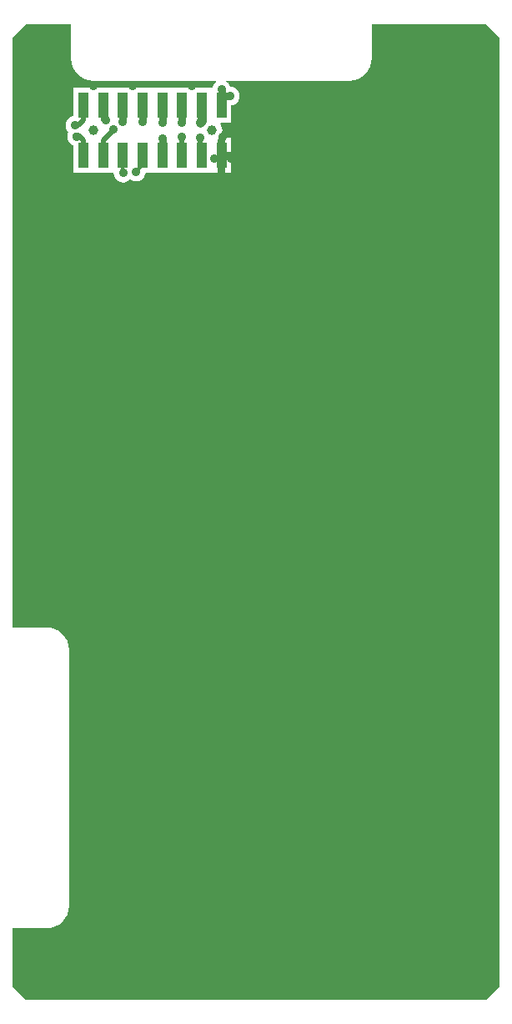
<source format=gbl>
%FSLAX43Y43*%
%MOMM*%
G71*
G01*
G75*
G04 Layer_Physical_Order=4*
G04 Layer_Color=12517376*
%ADD10R,1.000X0.700*%
%ADD11R,0.700X0.800*%
%ADD12R,0.700X1.000*%
%ADD13R,0.800X0.700*%
%ADD14R,0.700X0.800*%
%ADD15R,1.600X0.800*%
%ADD16R,0.800X0.800*%
%ADD17R,0.800X0.800*%
%ADD18R,0.450X0.250*%
%ADD19R,0.800X2.000*%
%ADD20R,1.500X0.760*%
%ADD21R,0.400X1.200*%
%ADD22R,2.600X1.900*%
%ADD23R,0.760X1.500*%
%ADD24R,1.200X0.400*%
%ADD25R,1.900X2.600*%
%ADD26R,0.600X2.000*%
%ADD27O,0.600X2.000*%
%ADD28R,2.600X2.600*%
%ADD29R,2.000X1.500*%
%ADD30R,2.000X1.500*%
%ADD31R,2.000X3.800*%
%ADD32R,0.600X1.270*%
%ADD33R,0.350X0.900*%
%ADD34R,1.000X0.700*%
%ADD35R,1.000X0.700*%
%ADD36R,1.100X2.200*%
%ADD37R,1.000X1.050*%
%ADD38R,2.200X1.100*%
%ADD39R,1.050X1.000*%
%ADD40R,0.840X1.600*%
%ADD41R,2.400X0.840*%
%ADD42R,1.600X0.840*%
%ADD43R,0.800X1.500*%
%ADD44R,0.800X2.250*%
%ADD45R,0.350X0.280*%
G04:AMPARAMS|DCode=46|XSize=0.3mm|YSize=0.65mm|CornerRadius=0.075mm|HoleSize=0mm|Usage=FLASHONLY|Rotation=0.000|XOffset=0mm|YOffset=0mm|HoleType=Round|Shape=RoundedRectangle|*
%AMROUNDEDRECTD46*
21,1,0.300,0.500,0,0,0.0*
21,1,0.150,0.650,0,0,0.0*
1,1,0.150,0.075,-0.250*
1,1,0.150,-0.075,-0.250*
1,1,0.150,-0.075,0.250*
1,1,0.150,0.075,0.250*
%
%ADD46ROUNDEDRECTD46*%
G04:AMPARAMS|DCode=47|XSize=0.3mm|YSize=0.65mm|CornerRadius=0.075mm|HoleSize=0mm|Usage=FLASHONLY|Rotation=270.000|XOffset=0mm|YOffset=0mm|HoleType=Round|Shape=RoundedRectangle|*
%AMROUNDEDRECTD47*
21,1,0.300,0.500,0,0,270.0*
21,1,0.150,0.650,0,0,270.0*
1,1,0.150,-0.250,-0.075*
1,1,0.150,-0.250,0.075*
1,1,0.150,0.250,0.075*
1,1,0.150,0.250,-0.075*
%
%ADD47ROUNDEDRECTD47*%
%ADD48R,3.300X3.300*%
%ADD49R,0.500X0.500*%
%ADD50R,1.270X0.640*%
%ADD51R,0.900X1.300*%
%ADD52C,0.750*%
%ADD53C,0.500*%
%ADD54C,0.250*%
%ADD55C,0.350*%
%ADD56C,0.965*%
%ADD57C,0.900*%
%ADD58C,0.700*%
%ADD59C,0.200*%
%ADD60C,0.300*%
%ADD61R,11.925X2.000*%
%ADD62R,6.200X2.000*%
%ADD63R,9.650X1.875*%
%ADD64R,2.000X30.000*%
%ADD65R,8.425X2.000*%
%ADD66R,18.025X2.000*%
%ADD67R,3.400X2.000*%
%ADD68R,24.500X1.950*%
%ADD69C,1.000*%
%ADD70R,4.000X4.000*%
%ADD71R,4.000X4.000*%
%ADD72C,0.500*%
%ADD73C,0.900*%
%ADD74C,0.700*%
%ADD75C,1.016*%
%ADD76C,1.900*%
G04:AMPARAMS|DCode=77|XSize=4.3mm|YSize=4.3mm|CornerRadius=0mm|HoleSize=0mm|Usage=FLASHONLY|Rotation=0.000|XOffset=0mm|YOffset=0mm|HoleType=Round|Shape=Relief|Width=0.5mm|Gap=0.25mm|Entries=4|*
%AMTHD77*
7,0,0,4.300,3.800,0.500,45*
%
%ADD77THD77*%
G04:AMPARAMS|DCode=78|XSize=1.754mm|YSize=1.754mm|CornerRadius=0mm|HoleSize=0mm|Usage=FLASHONLY|Rotation=0.000|XOffset=0mm|YOffset=0mm|HoleType=Round|Shape=Relief|Width=0.5mm|Gap=0.25mm|Entries=4|*
%AMTHD78*
7,0,0,1.754,1.254,0.500,45*
%
%ADD78THD78*%
%ADD79C,1.100*%
%ADD80C,0.345*%
%ADD81R,1.000X2.540*%
G36*
X204245Y174644D02*
Y78356D01*
X202894Y77005D01*
X156106D01*
X154755Y78356D01*
Y84245D01*
X158250D01*
Y84239D01*
X158691Y84283D01*
X159115Y84411D01*
X159506Y84620D01*
X159849Y84901D01*
X160130Y85244D01*
X160339Y85635D01*
X160467Y86059D01*
X160511Y86500D01*
X160505D01*
Y112500D01*
X160511D01*
X160467Y112941D01*
X160339Y113365D01*
X160130Y113756D01*
X159849Y114099D01*
X159506Y114380D01*
X159115Y114589D01*
X158691Y114717D01*
X158250Y114761D01*
Y114755D01*
X154755D01*
Y174644D01*
X156106Y175995D01*
X160745D01*
Y172500D01*
X160739D01*
X160783Y172059D01*
X160911Y171635D01*
X161120Y171244D01*
X161401Y170901D01*
X161744Y170620D01*
X162135Y170411D01*
X162559Y170283D01*
X163000Y170239D01*
Y170245D01*
X175441D01*
X175482Y170125D01*
X175322Y170003D01*
X175170Y169804D01*
X175074Y169573D01*
X175067Y169514D01*
X175000D01*
D01*
X175000Y169514D01*
X175000D01*
Y169514D01*
D01*
X173000D01*
D01*
X173000Y169514D01*
X173000D01*
Y169514D01*
D01*
X171000D01*
D01*
X171000Y169514D01*
X171000D01*
Y169514D01*
D01*
X169090D01*
X169090Y169514D01*
Y169514D01*
X169000Y169514D01*
X169000D01*
D01*
X168910Y169514D01*
X168910Y169514D01*
Y169514D01*
X167090D01*
X167090Y169514D01*
Y169514D01*
X167000Y169514D01*
D01*
X167000Y169514D01*
X167000Y169514D01*
D01*
X167000D01*
X166910Y169514D01*
X166910Y169514D01*
Y169514D01*
X165000D01*
Y169514D01*
Y169514D01*
X165000D01*
Y169514D01*
X163000D01*
D01*
X163000Y169514D01*
X163000D01*
Y169514D01*
D01*
X161000D01*
Y166628D01*
X160902Y166616D01*
X160671Y166520D01*
X160472Y166368D01*
X160320Y166169D01*
X160224Y165938D01*
X160192Y165690D01*
X160224Y165442D01*
X160320Y165211D01*
X160459Y165030D01*
X160398Y164885D01*
X160373Y164689D01*
Y164604D01*
X160373Y164599D01*
X160367Y164550D01*
X160399Y164302D01*
X160495Y164071D01*
X160647Y163872D01*
X160846Y163720D01*
X161000Y163656D01*
Y160886D01*
X163000D01*
D01*
X163000Y160886D01*
X163000Y160886D01*
X163000D01*
Y160886D01*
Y160886D01*
X165000D01*
X165000Y160886D01*
Y160886D01*
X165040Y160881D01*
X165067Y160850D01*
X165099Y160602D01*
X165195Y160371D01*
X165347Y160172D01*
X165546Y160020D01*
X165777Y159924D01*
X166025Y159892D01*
X166273Y159924D01*
X166504Y160020D01*
X166703Y160172D01*
X166816Y160187D01*
X166871Y160145D01*
X167102Y160049D01*
X167350Y160017D01*
X167598Y160049D01*
X167829Y160145D01*
X168028Y160297D01*
X168180Y160496D01*
X168276Y160727D01*
X168296Y160886D01*
X169000D01*
Y160886D01*
X169000D01*
X169000Y160886D01*
X169090Y160886D01*
X169090Y160886D01*
Y160886D01*
X171000D01*
D01*
X171000Y160886D01*
X171000Y160886D01*
X171000D01*
Y160886D01*
Y160886D01*
X173000D01*
Y160886D01*
D01*
X173000Y160886D01*
X173000D01*
Y160886D01*
X175000D01*
D01*
X175000Y160886D01*
X175000Y160886D01*
X175000D01*
Y160886D01*
Y160886D01*
X175650D01*
Y162656D01*
Y164312D01*
X175785Y164415D01*
X175793Y164426D01*
X175936D01*
X175880Y164540D01*
X175961Y164645D01*
X176072Y164913D01*
X176109Y165200D01*
X176072Y165487D01*
X175961Y165755D01*
X175880Y165860D01*
X175936Y165974D01*
X177000D01*
Y167733D01*
X177123Y167749D01*
X177354Y167845D01*
X177553Y167997D01*
X177705Y168196D01*
X177801Y168427D01*
X177833Y168675D01*
X177801Y168923D01*
X177705Y169154D01*
X177553Y169353D01*
X177354Y169505D01*
X177123Y169601D01*
X176902Y169630D01*
X176830Y169804D01*
X176678Y170003D01*
X176479Y170155D01*
X176497Y170245D01*
X189000D01*
Y170239D01*
X189441Y170283D01*
X189865Y170411D01*
X190256Y170620D01*
X190599Y170901D01*
X190880Y171244D01*
X191089Y171635D01*
X191217Y172059D01*
X191261Y172500D01*
X191255D01*
Y175995D01*
X202894D01*
X204245Y174644D01*
D02*
G37*
%LPC*%
G36*
X177000Y162306D02*
X176350D01*
Y160886D01*
X177000D01*
Y162306D01*
D02*
G37*
G36*
Y164426D02*
X176350D01*
Y163006D01*
X177000D01*
Y164426D01*
D02*
G37*
%LPD*%
G54D52*
X176000Y168675D02*
X176875D01*
X175850D02*
X176000D01*
X170000Y162656D02*
Y164400D01*
X171950Y165950D02*
Y167694D01*
X168000Y166025D02*
Y167744D01*
X166000Y166050D02*
Y167744D01*
X171950Y167694D02*
X172000Y167744D01*
X170000Y165950D02*
Y167744D01*
X176000D02*
Y168450D01*
Y168450D02*
Y168675D01*
Y169325D01*
G54D53*
X164000Y166208D02*
Y167744D01*
X161150Y164710D02*
X161473D01*
X162000Y164183D01*
X173825Y162831D02*
Y164450D01*
Y162831D02*
X174000Y162656D01*
X172000D02*
Y164525D01*
X162000Y166208D02*
Y167744D01*
X161482Y165690D02*
X162000Y166208D01*
X161150Y165690D02*
X161482D01*
X162000Y162656D02*
Y164183D01*
X164244Y166208D02*
X164248Y166212D01*
X164000Y166208D02*
X164244D01*
X164000Y162656D02*
Y164183D01*
X161129Y164689D02*
X161150Y164710D01*
X161129Y164604D02*
Y164689D01*
Y164604D02*
X161183Y164550D01*
X161325D01*
X165025Y165208D02*
Y165300D01*
X164000Y164183D02*
X165025Y165208D01*
G54D54*
X172050Y162025D02*
Y162706D01*
X172000Y161975D02*
Y162656D01*
G54D55*
X167350Y160975D02*
X168000Y161625D01*
Y162656D01*
X166000Y160875D02*
X166025Y160850D01*
X166000Y160875D02*
Y162656D01*
G54D56*
X173975Y166125D02*
Y167769D01*
X173800Y165950D02*
X173975Y166125D01*
Y167769D02*
X174000Y167744D01*
G54D69*
X175000Y165200D02*
D03*
X163000D02*
D03*
G54D70*
X157000Y170950D02*
D03*
X202000D02*
D03*
G54D71*
X157000Y82050D02*
D03*
G54D72*
X178675Y118800D02*
D03*
X176675Y119600D02*
D03*
X178675D02*
D03*
X177675D02*
D03*
Y118800D02*
D03*
X176675D02*
D03*
X179525Y127850D02*
D03*
X180325Y129850D02*
D03*
Y127850D02*
D03*
Y128850D02*
D03*
X179525D02*
D03*
Y129850D02*
D03*
X181325Y144855D02*
D03*
X180525Y142855D02*
D03*
Y144855D02*
D03*
Y143855D02*
D03*
X181325D02*
D03*
Y142855D02*
D03*
X191475Y102995D02*
D03*
X192275Y104995D02*
D03*
Y102995D02*
D03*
Y103995D02*
D03*
X191475D02*
D03*
Y104995D02*
D03*
X190700Y130100D02*
D03*
Y131100D02*
D03*
Y131600D02*
D03*
Y130600D02*
D03*
Y122525D02*
D03*
Y122025D02*
D03*
Y123025D02*
D03*
Y123525D02*
D03*
G54D73*
X176875Y168675D02*
D03*
X174250Y134050D02*
D03*
X182425Y131775D02*
D03*
X164975Y96750D02*
D03*
X170000Y164400D02*
D03*
X179700Y155275D02*
D03*
X173825Y164450D02*
D03*
X172000Y164525D02*
D03*
X187300Y162050D02*
D03*
X172400Y160500D02*
D03*
X167350Y160975D02*
D03*
X166025Y160850D02*
D03*
X167325Y157375D02*
D03*
X171950Y165950D02*
D03*
X166000Y166050D02*
D03*
X167000Y169675D02*
D03*
X177800Y165875D02*
D03*
X170000Y165950D02*
D03*
X168000Y166025D02*
D03*
X176125Y164500D02*
D03*
X179025Y165875D02*
D03*
X162000Y131500D02*
D03*
X192075Y83350D02*
D03*
X185900Y85800D02*
D03*
X191000D02*
D03*
X193000D02*
D03*
X196825Y83325D02*
D03*
X176500Y103350D02*
D03*
X192100Y89816D02*
D03*
X195900Y85800D02*
D03*
X198400D02*
D03*
X200400D02*
D03*
Y89800D02*
D03*
Y92800D02*
D03*
Y98800D02*
D03*
Y101800D02*
D03*
Y95800D02*
D03*
Y104800D02*
D03*
Y107800D02*
D03*
X190700Y113800D02*
D03*
X192250D02*
D03*
X194400D02*
D03*
X200400Y110800D02*
D03*
Y113800D02*
D03*
X197400D02*
D03*
X172400Y85800D02*
D03*
Y87800D02*
D03*
Y90800D02*
D03*
Y93800D02*
D03*
X178400Y85800D02*
D03*
X175400D02*
D03*
X172400Y96800D02*
D03*
Y102800D02*
D03*
Y105800D02*
D03*
Y99800D02*
D03*
Y108800D02*
D03*
Y111800D02*
D03*
Y113800D02*
D03*
X174400D02*
D03*
X180400D02*
D03*
X183400D02*
D03*
X186400D02*
D03*
X189150D02*
D03*
X177400D02*
D03*
X176555Y107725D02*
D03*
X176580Y109100D02*
D03*
X176633Y110444D02*
D03*
X197525Y107475D02*
D03*
X195500Y109250D02*
D03*
X193300Y107950D02*
D03*
X197950Y94425D02*
D03*
X192400Y96450D02*
D03*
X193200Y98475D02*
D03*
X196050Y96450D02*
D03*
X198975Y96475D02*
D03*
X188525Y97725D02*
D03*
X189800D02*
D03*
X191175D02*
D03*
X198600Y88775D02*
D03*
X196500Y87500D02*
D03*
X192950Y93475D02*
D03*
X177900Y103350D02*
D03*
X177394Y99771D02*
D03*
X179600Y110355D02*
D03*
X181319Y110347D02*
D03*
X196425Y104225D02*
D03*
X178525Y88900D02*
D03*
X178525Y90645D02*
D03*
X178320Y87520D02*
D03*
X194375Y100275D02*
D03*
X192200Y101650D02*
D03*
X183100Y97575D02*
D03*
X187750Y101375D02*
D03*
X192200Y100450D02*
D03*
X195300Y91025D02*
D03*
X185000Y107555D02*
D03*
X198575Y92175D02*
D03*
X190925Y107700D02*
D03*
Y110625D02*
D03*
X196300Y144500D02*
D03*
X196245Y140125D02*
D03*
X196220Y138750D02*
D03*
X196167Y137406D02*
D03*
X194900Y144500D02*
D03*
X191481Y137503D02*
D03*
X167075Y128650D02*
D03*
X157275Y165200D02*
D03*
X163825Y143125D02*
D03*
X165025Y144725D02*
D03*
X162425Y154800D02*
D03*
X163430Y153830D02*
D03*
X161150Y165690D02*
D03*
X189225Y145650D02*
D03*
X195406Y148078D02*
D03*
X193750Y166450D02*
D03*
X190800Y166425D02*
D03*
X200600Y165275D02*
D03*
X197625Y169725D02*
D03*
X164248Y166212D02*
D03*
X173800Y165950D02*
D03*
X194275Y157205D02*
D03*
X193200Y137495D02*
D03*
X181625Y150125D02*
D03*
X183000D02*
D03*
X180600Y147400D02*
D03*
Y146200D02*
D03*
X185050Y146475D02*
D03*
X187800Y140295D02*
D03*
X177500Y156825D02*
D03*
X174225Y155675D02*
D03*
X174200Y159075D02*
D03*
X176300Y160300D02*
D03*
X194480Y160330D02*
D03*
X194275Y158950D02*
D03*
X189650Y148225D02*
D03*
X185375Y155175D02*
D03*
X180700Y158034D02*
D03*
X176375Y143625D02*
D03*
X178425Y147575D02*
D03*
X179600Y149375D02*
D03*
X176750Y151400D02*
D03*
X180400D02*
D03*
X173825Y151375D02*
D03*
X174850Y153425D02*
D03*
X177000Y162350D02*
D03*
X180875Y164475D02*
D03*
X179775Y162350D02*
D03*
X172400Y134050D02*
D03*
Y137050D02*
D03*
Y140050D02*
D03*
Y143050D02*
D03*
Y146050D02*
D03*
Y149050D02*
D03*
Y152050D02*
D03*
Y155050D02*
D03*
Y158050D02*
D03*
X175800Y134050D02*
D03*
X177400D02*
D03*
X178425Y140225D02*
D03*
X180550Y134050D02*
D03*
X183650D02*
D03*
X186400D02*
D03*
X189400D02*
D03*
X192400D02*
D03*
X195400D02*
D03*
X200400D02*
D03*
Y160050D02*
D03*
Y157050D02*
D03*
Y154050D02*
D03*
Y151050D02*
D03*
Y148050D02*
D03*
Y145050D02*
D03*
Y142050D02*
D03*
Y139050D02*
D03*
Y136050D02*
D03*
X194400Y162050D02*
D03*
X197400D02*
D03*
X200400D02*
D03*
X181825Y162350D02*
D03*
X189900Y162050D02*
D03*
X198400Y134050D02*
D03*
X170875Y119900D02*
D03*
X157382Y131732D02*
D03*
X156857Y127657D02*
D03*
X156282Y135157D02*
D03*
X161825Y80650D02*
D03*
X160750Y83000D02*
D03*
X175275Y162350D02*
D03*
X203700Y144500D02*
D03*
Y147500D02*
D03*
Y150500D02*
D03*
Y153500D02*
D03*
Y156500D02*
D03*
Y159500D02*
D03*
Y162500D02*
D03*
Y165500D02*
D03*
Y168275D02*
D03*
X188500Y125175D02*
D03*
X195300Y124000D02*
D03*
X199675Y132900D02*
D03*
X201300Y127600D02*
D03*
Y129800D02*
D03*
Y131200D02*
D03*
X198200Y132000D02*
D03*
X195300Y121000D02*
D03*
X185300Y117050D02*
D03*
X185750Y120175D02*
D03*
X187700Y117075D02*
D03*
X189800D02*
D03*
X192850Y116400D02*
D03*
X203700Y117500D02*
D03*
Y120500D02*
D03*
Y123500D02*
D03*
Y126500D02*
D03*
Y129500D02*
D03*
Y132500D02*
D03*
Y135500D02*
D03*
Y138500D02*
D03*
Y141500D02*
D03*
Y90500D02*
D03*
Y93500D02*
D03*
Y96500D02*
D03*
Y99500D02*
D03*
Y102500D02*
D03*
Y105500D02*
D03*
Y108500D02*
D03*
Y111500D02*
D03*
Y114500D02*
D03*
X201300Y119400D02*
D03*
X195300Y129000D02*
D03*
X198200Y121000D02*
D03*
Y124000D02*
D03*
X201300Y121775D02*
D03*
Y123200D02*
D03*
X195325Y131950D02*
D03*
X182500Y125700D02*
D03*
X185250Y125675D02*
D03*
X181105Y118402D02*
D03*
X179330Y116977D02*
D03*
X179980Y119577D02*
D03*
X189775Y125150D02*
D03*
X198200Y129000D02*
D03*
X189600Y129100D02*
D03*
X189675Y121000D02*
D03*
X199600Y119450D02*
D03*
Y127625D02*
D03*
X192850Y124600D02*
D03*
X182000Y117000D02*
D03*
X176550Y140000D02*
D03*
X175150Y138550D02*
D03*
X179125Y138700D02*
D03*
X182075Y138325D02*
D03*
X181550Y135725D02*
D03*
X180325Y138725D02*
D03*
X177675Y122350D02*
D03*
X182500Y122775D02*
D03*
Y120150D02*
D03*
X182950Y128850D02*
D03*
X185275Y128875D02*
D03*
X185725Y122975D02*
D03*
X180100Y122775D02*
D03*
X179500Y125700D02*
D03*
X176500D02*
D03*
X173900D02*
D03*
Y122700D02*
D03*
Y119700D02*
D03*
Y117700D02*
D03*
Y130200D02*
D03*
Y128200D02*
D03*
X189175Y110625D02*
D03*
X197525Y111025D02*
D03*
X188575Y78750D02*
D03*
X191575D02*
D03*
X194575D02*
D03*
X197575D02*
D03*
X200575D02*
D03*
X203575D02*
D03*
Y87750D02*
D03*
Y84750D02*
D03*
Y81750D02*
D03*
X185575Y78750D02*
D03*
X193725Y82050D02*
D03*
X182475Y82000D02*
D03*
X185475D02*
D03*
X188475D02*
D03*
X191475D02*
D03*
X200400D02*
D03*
X179075Y81750D02*
D03*
X179575Y78750D02*
D03*
X182575D02*
D03*
X195125Y82050D02*
D03*
X193050Y174475D02*
D03*
X196050D02*
D03*
X199050D02*
D03*
X202050D02*
D03*
X176575Y78750D02*
D03*
X173575D02*
D03*
X170575D02*
D03*
X167575D02*
D03*
X164575D02*
D03*
X198300Y82000D02*
D03*
X189421Y158679D02*
D03*
X189900Y155650D02*
D03*
X185525Y150200D02*
D03*
X184275Y150125D02*
D03*
X185375Y152050D02*
D03*
X189700Y150275D02*
D03*
X183150Y99546D02*
D03*
X183005Y92151D02*
D03*
X187425Y95795D02*
D03*
X182500Y85800D02*
D03*
X183620Y89120D02*
D03*
X156300Y174475D02*
D03*
X159300D02*
D03*
X155575Y78750D02*
D03*
X158575D02*
D03*
X161575D02*
D03*
X183150Y107050D02*
D03*
X183175Y103925D02*
D03*
X188725Y108175D02*
D03*
X187800Y168825D02*
D03*
X193725Y109625D02*
D03*
X196650Y109250D02*
D03*
X156200Y124825D02*
D03*
X156175Y116600D02*
D03*
X183925Y168800D02*
D03*
X179800Y168825D02*
D03*
X200375Y168275D02*
D03*
X184375Y165450D02*
D03*
X160750Y114775D02*
D03*
X166800Y114625D02*
D03*
X173000Y169675D02*
D03*
X162975D02*
D03*
X193775Y170450D02*
D03*
X191875Y170425D02*
D03*
X186125Y103750D02*
D03*
X187950Y131775D02*
D03*
X187100Y125700D02*
D03*
X182525Y139850D02*
D03*
X188625Y165425D02*
D03*
X161475Y87825D02*
D03*
X187575Y123725D02*
D03*
X185700Y130975D02*
D03*
X179100Y131775D02*
D03*
X176000Y169325D02*
D03*
X187375Y92700D02*
D03*
X183575Y102195D02*
D03*
X186650Y97750D02*
D03*
X161325Y164550D02*
D03*
X165025Y165300D02*
D03*
G54D74*
X193500Y151805D02*
D03*
Y153805D02*
D03*
X192500Y152805D02*
D03*
X179300Y96045D02*
D03*
X181300D02*
D03*
X179300Y94045D02*
D03*
X181300D02*
D03*
X180300Y95045D02*
D03*
X191500Y151805D02*
D03*
Y153805D02*
D03*
G54D81*
X162000Y162656D02*
D03*
Y167744D02*
D03*
X164000D02*
D03*
Y162656D02*
D03*
X166000Y167744D02*
D03*
Y162656D02*
D03*
X168000Y167744D02*
D03*
Y162656D02*
D03*
X170000Y167744D02*
D03*
Y162656D02*
D03*
X172000Y167744D02*
D03*
Y162656D02*
D03*
X174000Y167744D02*
D03*
Y162656D02*
D03*
X176000D02*
D03*
Y167744D02*
D03*
M02*

</source>
